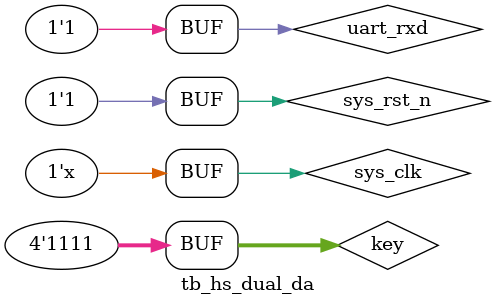
<source format=v>
`timescale 1ns / 1ps        // Time unit / Time precision

module tb_hs_dual_da();

// Parameter define
parameter  CLK_PERIOD = 20;     // Clock period: 20ns (50MHz) - matches hardware input to PLL
parameter  SIM_TIME   = 100000000;  // Simulation time: 10ms (extended for UART testing)

// Reg define
reg     sys_clk;
reg     sys_rst_n;
reg     [3:0] key;              // Extended to 4 bits
reg     uart_rxd;               // UART RX input

// Wire define - Output signals for observation
wire    da_clk;
wire    [9:0] da_data;
wire    uart_txd;               // UART TX output
wire    [3:0] led;              // LED indicators
wire    [5:0] seg_sel;          // Segment LED select
wire    [7:0] seg_led;          // Segment LED data

// Signal initialization
initial begin
    sys_clk = 1'b0;
    sys_rst_n = 1'b0;
    key = 4'b1111;              // All keys released (active low assumption)
    uart_rxd = 1'b1;            // UART RX idle (high)



    #200                        // Hold reset for 200ns
    sys_rst_n = 1'b1;

    // Test sequence
    #100000;                   // Wait 1ms after reset


    // Test key[2] to start MNIST bit sequence TX
    key[2] = 1'b0;              // Press key[2] to start MNIST TX (active low)
    #200000;                    // Hold for 200us
    key[2] = 1'b1;              // Release key[2]

    #20000000;                   // Wait 2ms to observe bit sequence start



end

// Generate clock (20MHz)
always #(CLK_PERIOD/2) sys_clk = ~sys_clk;

// Monitor output signals
initial begin
    $monitor("Time=%0t us | da_data=%h | uart_txd=%b | led=%b",
             $time/1000, da_data, uart_txd, led);
end

// DUT instantiation
hs_dual_da u_hs_dual_da(
    .sys_clk          (sys_clk        ),
    .sys_rst_n        (sys_rst_n      ),
    .key              (key            ),      // 4-bit key input
    // DA chip interface
    .da_clk           (da_clk         ),
    .da_data          (da_data        ),
    // UART interface
    .uart_rxd         (uart_rxd       ),
    .uart_txd         (uart_txd       ),
    // LED indicators
    .led              (led            ),
    // Segment LED interface
    .seg_sel          (seg_sel        ),
    .seg_led          (seg_led        )
);

endmodule

</source>
